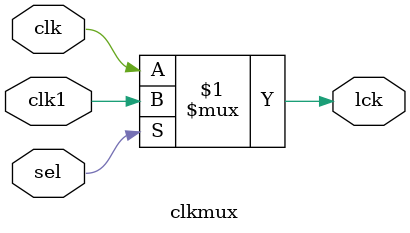
<source format=v>
module clkmux (
  output lck,
  input sel, clk1, 
  input clk
);
assign lck = sel ? clk1 : clk;
endmodule

</source>
